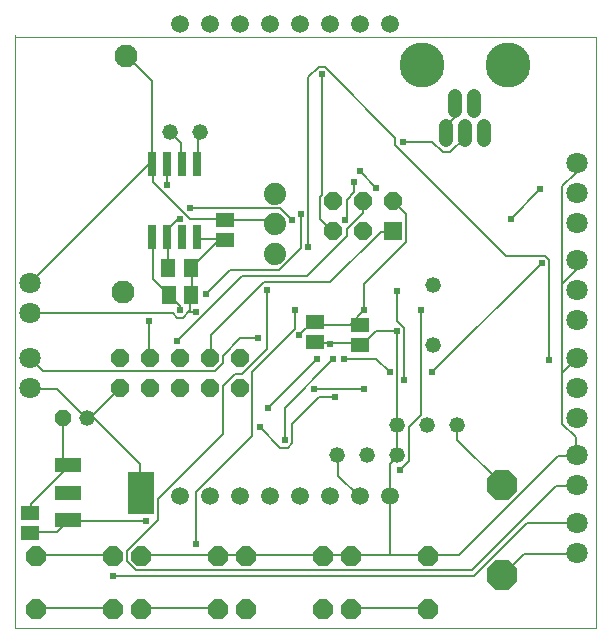
<source format=gtl>
G75*
%MOIN*%
%OFA0B0*%
%FSLAX24Y24*%
%IPPOS*%
%LPD*%
%AMOC8*
5,1,8,0,0,1.08239X$1,22.5*
%
%ADD10C,0.0000*%
%ADD11C,0.0768*%
%ADD12R,0.0260X0.0800*%
%ADD13C,0.0520*%
%ADD14R,0.0600X0.0600*%
%ADD15OC8,0.0600*%
%ADD16R,0.0880X0.0480*%
%ADD17R,0.0866X0.1417*%
%ADD18C,0.1500*%
%ADD19C,0.0476*%
%ADD20C,0.0594*%
%ADD21OC8,0.0660*%
%ADD22R,0.0512X0.0591*%
%ADD23C,0.0709*%
%ADD24OC8,0.0520*%
%ADD25R,0.0591X0.0512*%
%ADD26OC8,0.1000*%
%ADD27C,0.0740*%
%ADD28C,0.0070*%
%ADD29C,0.0240*%
D10*
X018150Y018150D02*
X037520Y018150D01*
X037520Y037835D01*
X018150Y037835D01*
X018150Y037900D02*
X018150Y018150D01*
D11*
X021772Y029341D03*
X021882Y037214D03*
D12*
X022743Y033597D03*
X023243Y033597D03*
X023743Y033597D03*
X024243Y033597D03*
X024243Y031177D03*
X023743Y031177D03*
X023243Y031177D03*
X022743Y031177D03*
D13*
X023342Y034662D03*
X024342Y034662D03*
X032093Y029559D03*
X032093Y027559D03*
X031900Y024900D03*
X030900Y024900D03*
X030900Y023890D03*
X029900Y023890D03*
X028900Y023890D03*
X032900Y024900D03*
X020550Y025150D03*
D14*
X030767Y031358D03*
D15*
X029767Y031358D03*
X028767Y031358D03*
X028767Y032358D03*
X029767Y032358D03*
X030767Y032358D03*
X025650Y027150D03*
X024650Y027150D03*
X024650Y026150D03*
X025650Y026150D03*
X023650Y026150D03*
X022650Y026150D03*
X021650Y026150D03*
X021650Y027150D03*
X022650Y027150D03*
X023650Y027150D03*
D16*
X019930Y023560D03*
X019930Y022650D03*
X019930Y021740D03*
D17*
X022370Y022650D03*
D18*
X031723Y036901D03*
X034597Y036901D03*
D19*
X033475Y035860D02*
X033475Y035385D01*
X033160Y034873D02*
X033160Y034397D01*
X032530Y034397D02*
X032530Y034873D01*
X032845Y035385D02*
X032845Y035860D01*
X033790Y034873D02*
X033790Y034397D01*
D20*
X030650Y038274D03*
X029650Y038274D03*
X028650Y038274D03*
X027650Y038274D03*
X026650Y038274D03*
X025650Y038274D03*
X024650Y038274D03*
X023650Y038274D03*
X023650Y022526D03*
X024650Y022526D03*
X025650Y022526D03*
X026650Y022526D03*
X027650Y022526D03*
X028650Y022526D03*
X029650Y022526D03*
X030650Y022526D03*
D21*
X029370Y020540D03*
X028430Y020540D03*
X028430Y018760D03*
X029370Y018760D03*
X031930Y018760D03*
X031930Y020540D03*
X025870Y020540D03*
X024930Y020540D03*
X024930Y018760D03*
X025870Y018760D03*
X022370Y018760D03*
X021430Y018760D03*
X021430Y020540D03*
X022370Y020540D03*
X018870Y020540D03*
X018870Y018760D03*
D22*
X023295Y029225D03*
X024043Y029225D03*
X024024Y030150D03*
X023276Y030150D03*
D23*
X018650Y029650D03*
X018650Y028650D03*
X018650Y027150D03*
X018650Y026150D03*
X036900Y026150D03*
X036900Y025150D03*
X036900Y023900D03*
X036900Y022900D03*
X036900Y021650D03*
X036900Y020650D03*
X036900Y027150D03*
X036900Y028400D03*
X036900Y029400D03*
X036900Y030400D03*
X036900Y031650D03*
X036900Y032650D03*
X036900Y033650D03*
D24*
X019750Y025150D03*
D25*
X018650Y021985D03*
X018650Y021315D03*
X028160Y027675D03*
X028160Y028345D03*
X029650Y028235D03*
X029650Y027565D03*
X025150Y031065D03*
X025150Y031735D03*
D26*
X034400Y022900D03*
X034400Y019900D03*
D27*
X026820Y030620D03*
X026820Y031620D03*
X026820Y032620D03*
D28*
X027008Y032126D02*
X024006Y032126D01*
X024006Y031782D02*
X025138Y031782D01*
X025150Y031735D01*
X025187Y031733D01*
X026713Y031733D01*
X026811Y031634D01*
X026820Y031620D01*
X027008Y032126D02*
X027402Y031733D01*
X027697Y031930D02*
X027697Y030798D01*
X026959Y030059D01*
X025335Y030059D01*
X024548Y029272D01*
X024056Y029272D02*
X024043Y029225D01*
X024006Y029223D01*
X024006Y028731D01*
X023982Y028706D01*
X024006Y028681D01*
X024203Y028681D01*
X023982Y028706D02*
X023760Y028485D01*
X023563Y028485D01*
X023416Y028632D01*
X018691Y028632D01*
X018650Y028650D01*
X018650Y029650D02*
X018691Y029666D01*
X022727Y033701D01*
X022743Y033597D01*
X022776Y033554D01*
X022776Y033012D01*
X024006Y031782D01*
X023662Y031782D02*
X023613Y031782D01*
X023268Y031437D01*
X023268Y031191D01*
X023243Y031177D01*
X023268Y031142D01*
X023268Y030158D01*
X023276Y030150D01*
X022776Y029764D02*
X023268Y029272D01*
X023295Y029225D01*
X023317Y029223D01*
X023662Y028878D01*
X023662Y028731D01*
X024056Y029272D02*
X024056Y030109D01*
X024024Y030150D01*
X024056Y030158D01*
X024991Y031093D01*
X025150Y031065D01*
X025138Y031093D01*
X024991Y031093D01*
X024302Y031093D01*
X024252Y031142D01*
X024243Y031177D01*
X022776Y031142D02*
X022776Y029764D01*
X022776Y031142D02*
X022743Y031177D01*
X023219Y032914D02*
X023219Y033554D01*
X023243Y033597D01*
X023711Y033603D02*
X023743Y033597D01*
X023711Y033603D02*
X023711Y034292D01*
X023367Y034636D01*
X023342Y034662D01*
X024252Y034587D02*
X024302Y034636D01*
X024342Y034662D01*
X024252Y034587D02*
X024252Y033603D01*
X024243Y033597D01*
X022743Y033597D02*
X022727Y033603D01*
X022727Y033701D01*
X022727Y036359D01*
X021890Y037195D01*
X021882Y037214D01*
X027943Y036506D02*
X028288Y036851D01*
X028485Y036851D01*
X030847Y034489D01*
X030847Y034243D01*
X034538Y030552D01*
X035817Y030552D01*
X035965Y030404D01*
X035965Y027057D01*
X036408Y026713D02*
X036432Y026688D01*
X036408Y026664D01*
X036408Y024941D01*
X036851Y024498D01*
X036851Y023908D01*
X036900Y023900D01*
X036851Y023859D01*
X036260Y023859D01*
X032963Y020561D01*
X031979Y020561D01*
X031930Y020540D01*
X031930Y020561D01*
X030650Y020561D01*
X030650Y022481D01*
X030650Y022526D01*
X030650Y022530D01*
X030650Y023613D01*
X030896Y023859D01*
X030900Y023890D01*
X030896Y023908D01*
X030896Y024892D01*
X030900Y024900D01*
X030896Y024941D01*
X030896Y028042D01*
X030207Y028042D01*
X029764Y027599D01*
X029666Y027599D01*
X029650Y027565D01*
X029617Y027599D01*
X029567Y027648D01*
X028681Y027648D01*
X028681Y027599D01*
X028681Y027648D02*
X028189Y027648D01*
X028160Y027675D01*
X027648Y027894D02*
X028140Y028386D01*
X028160Y028345D01*
X028042Y028239D01*
X029321Y028239D01*
X029813Y028731D01*
X029813Y029617D01*
X031191Y030994D01*
X031191Y031930D01*
X030798Y032323D01*
X030767Y032358D01*
X030207Y032815D02*
X029666Y033357D01*
X029469Y033012D02*
X029469Y032668D01*
X029223Y032422D01*
X029223Y031782D01*
X029174Y031733D01*
X029223Y031437D02*
X029223Y031191D01*
X027894Y029863D01*
X025729Y029863D01*
X023563Y027697D01*
X022650Y027150D02*
X022628Y027156D01*
X022628Y028386D01*
X024695Y027894D02*
X024695Y027156D01*
X024650Y027150D01*
X025089Y027205D02*
X025089Y026959D01*
X024843Y026713D01*
X019085Y026713D01*
X018691Y027107D01*
X018650Y027150D01*
X018650Y026150D02*
X018691Y026122D01*
X019577Y026122D01*
X020512Y025187D01*
X020550Y025150D01*
X020758Y025187D01*
X022333Y023613D01*
X022333Y022678D01*
X022370Y022650D01*
X022924Y022431D02*
X022924Y021743D01*
X021890Y020709D01*
X021890Y020365D01*
X022185Y020069D01*
X033406Y020069D01*
X036211Y022874D01*
X036851Y022874D01*
X036900Y022900D01*
X036900Y021650D02*
X036851Y021644D01*
X035227Y021644D01*
X033455Y019872D01*
X021447Y019872D01*
X021430Y020540D02*
X021398Y020561D01*
X018888Y020561D01*
X018870Y020540D01*
X018650Y021315D02*
X018691Y021349D01*
X019577Y021349D01*
X019922Y021693D01*
X019930Y021740D01*
X019971Y021693D01*
X022530Y021693D01*
X022924Y022431D02*
X025089Y024597D01*
X025089Y026221D01*
X025483Y026615D01*
X025729Y026615D01*
X026565Y027451D01*
X026565Y029420D01*
X026467Y029666D02*
X024695Y027894D01*
X025089Y027205D02*
X025680Y027796D01*
X026270Y027796D01*
X026073Y026664D02*
X027500Y028091D01*
X027500Y028731D01*
X026467Y029666D02*
X028681Y029666D01*
X030355Y031339D01*
X030748Y031339D01*
X030767Y031358D01*
X029764Y031979D02*
X029223Y031437D01*
X028767Y031358D02*
X028731Y031388D01*
X028337Y031782D01*
X028337Y032520D01*
X028386Y032569D01*
X028386Y036605D01*
X027943Y036506D02*
X027943Y030847D01*
X029764Y031979D02*
X029764Y032323D01*
X029767Y032358D01*
X031093Y034341D02*
X032077Y034341D01*
X032422Y033996D01*
X032668Y033996D01*
X033160Y034489D01*
X033160Y034833D01*
X033160Y034873D01*
X032815Y035128D02*
X032569Y034882D01*
X032530Y034873D01*
X032815Y035128D02*
X032815Y035374D01*
X032845Y035385D01*
X035670Y032766D02*
X034685Y031782D01*
X036408Y032865D02*
X036408Y029666D01*
X036432Y029641D01*
X036851Y030059D01*
X036851Y030355D01*
X036900Y030400D01*
X035719Y030306D02*
X032077Y026664D01*
X031142Y026418D02*
X031142Y028140D01*
X030896Y028386D01*
X030896Y029370D01*
X031683Y028731D02*
X031683Y025237D01*
X031290Y024843D01*
X031290Y023711D01*
X030994Y023416D01*
X029650Y022526D02*
X029617Y022530D01*
X028928Y023219D01*
X028928Y023859D01*
X028900Y023890D01*
X027402Y024302D02*
X027402Y024941D01*
X028288Y025827D01*
X028829Y025827D01*
X028140Y026122D02*
X029813Y026122D01*
X030650Y026664D02*
X030207Y027107D01*
X029124Y027107D01*
X028780Y027107D02*
X027156Y025483D01*
X027156Y024400D01*
X027254Y024154D02*
X027402Y024302D01*
X027254Y024154D02*
X027008Y024154D01*
X026319Y024843D01*
X026073Y024548D02*
X024203Y022678D01*
X024203Y020955D01*
X024892Y020561D02*
X024930Y020540D01*
X024941Y020561D01*
X025827Y020561D01*
X025870Y020540D01*
X025876Y020561D01*
X028386Y020561D01*
X028430Y020540D01*
X028435Y020561D01*
X029321Y020561D01*
X029370Y020540D01*
X029370Y020561D01*
X030650Y020561D01*
X029370Y018790D02*
X029370Y018760D01*
X029370Y018790D02*
X031930Y018790D01*
X031930Y018760D01*
X034400Y019900D02*
X034439Y019922D01*
X035128Y020611D01*
X036851Y020611D01*
X036900Y020650D01*
X034400Y022900D02*
X034390Y022924D01*
X032914Y024400D01*
X032914Y024892D01*
X032900Y024900D01*
X036408Y026713D02*
X036408Y029617D01*
X036432Y029641D01*
X036900Y027150D02*
X036851Y027107D01*
X036432Y026688D01*
X029650Y028235D02*
X029617Y028239D01*
X029321Y028239D01*
X028239Y027107D02*
X026615Y025483D01*
X026073Y024548D02*
X026073Y026664D01*
X021650Y026150D02*
X021644Y026122D01*
X020709Y025187D01*
X020561Y025187D01*
X020550Y025150D01*
X019774Y025138D02*
X019750Y025150D01*
X019774Y025138D02*
X019774Y023416D01*
X019930Y023560D01*
X019922Y023514D01*
X018691Y022284D01*
X018691Y021989D01*
X018650Y021985D01*
X022370Y020540D02*
X022382Y020561D01*
X024892Y020561D01*
X024892Y018790D02*
X022382Y018790D01*
X022370Y018760D01*
X021430Y018760D02*
X021398Y018790D01*
X018888Y018790D01*
X018870Y018760D01*
X024892Y018790D02*
X024930Y018760D01*
X036408Y032865D02*
X036851Y033307D01*
X036851Y033603D01*
X036900Y033650D01*
D29*
X035670Y032766D03*
X034685Y031782D03*
X035719Y030306D03*
X031683Y028731D03*
X030896Y029370D03*
X029813Y028731D03*
X030896Y028042D03*
X030650Y026664D03*
X031142Y026418D03*
X032077Y026664D03*
X029813Y026122D03*
X028829Y025827D03*
X028140Y026122D03*
X028239Y027107D03*
X028780Y027107D03*
X029124Y027107D03*
X028681Y027599D03*
X027648Y027894D03*
X026270Y027796D03*
X027500Y028731D03*
X026565Y029420D03*
X027943Y030847D03*
X027402Y031733D03*
X027697Y031930D03*
X029174Y031733D03*
X029469Y033012D03*
X029666Y033357D03*
X030207Y032815D03*
X031093Y034341D03*
X028386Y036605D03*
X023219Y032914D03*
X024006Y032126D03*
X023662Y031782D03*
X024548Y029272D03*
X024203Y028681D03*
X023662Y028731D03*
X022628Y028386D03*
X023563Y027697D03*
X026615Y025483D03*
X026319Y024843D03*
X027156Y024400D03*
X030994Y023416D03*
X035965Y027057D03*
X024203Y020955D03*
X022530Y021693D03*
X021447Y019872D03*
M02*

</source>
